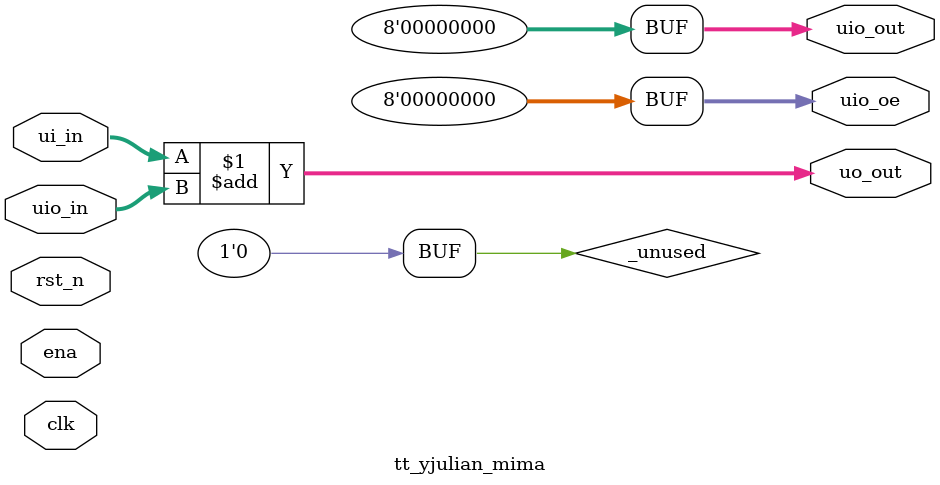
<source format=v>
/*
 * Copyright (c) 2024 Your Name
 * SPDX-License-Identifier: Apache-2.0
 */

`default_nettype none

module tt_yjulian_mima (
    input  wire [7:0] ui_in,    // Dedicated inputs
    output wire [7:0] uo_out,   // Dedicated outputs
    input  wire [7:0] uio_in,   // IOs: Input path
    output wire [7:0] uio_out,  // IOs: Output path
    output wire [7:0] uio_oe,   // IOs: Enable path (active high: 0=input, 1=output)
    input  wire       ena,      // always 1 when the design is powered, so you can ignore it
    input  wire       clk,      // clock
    input  wire       rst_n     // reset_n - low to reset
);

  // All output pins must be assigned. If not used, assign to 0.
  assign uo_out  = ui_in + uio_in;  // Example: ou_out is the sum of ui_in and uio_in
  assign uio_out = 0;
  assign uio_oe  = 0;

  // List all unused inputs to prevent warnings
  wire _unused = &{ena, clk, rst_n, 1'b0};

endmodule

</source>
